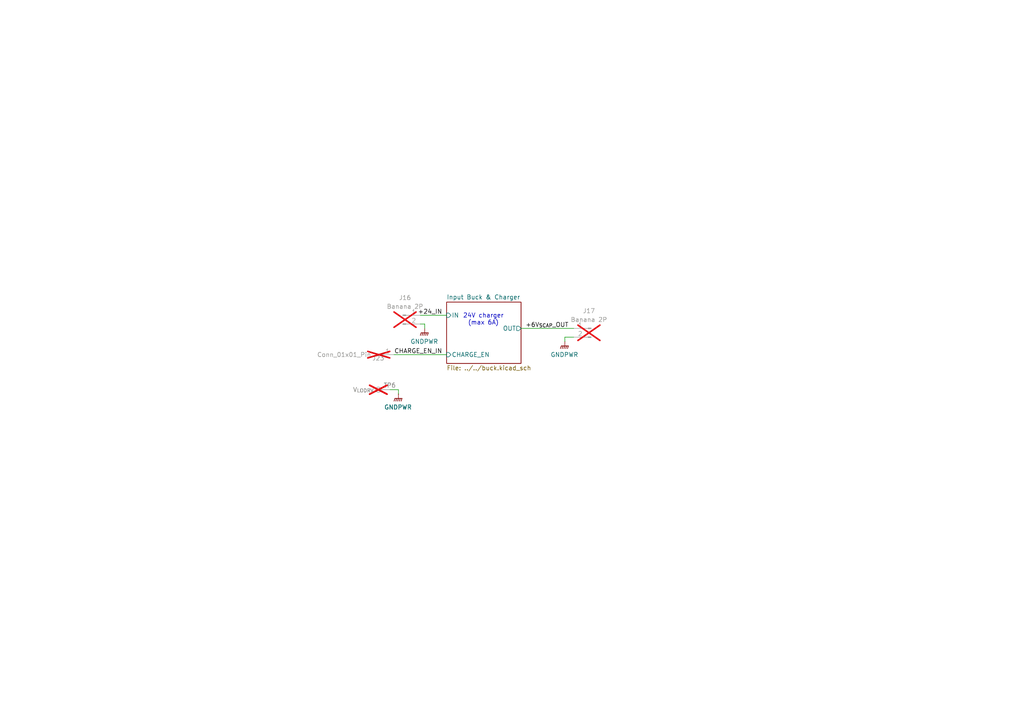
<source format=kicad_sch>
(kicad_sch (version 20250114) (generator "eeschema") (generator_version "9.0")
  (paper "A4")
  (lib_symbols
    (symbol "Connector:Conn_01x01_Pin" (pin_names (offset 1.016) (hide yes))
      (property "Reference" "J" (at 0 2.54 0))
      (property "Value" "Conn_01x01_Pin" (at 0 -2.54 0))
      (symbol "Conn_01x01_Pin_1_1"
        (rectangle (start 0.8636 0.127) (end 0 -0.127) (stroke (width 0.1524)) (fill (type outline)))
        (polyline (pts (xy 1.27 0) (xy 0.8636 0)) (stroke (width 0.1524)))
        (pin passive line (at 5.08 0 180) (length 3.81) (name "Pin_1") (number "1"))
      )
    )
    (symbol "Connector:Conn_01x02_Pin" (pin_names (offset 1.016) (hide yes))
      (property "Reference" "J" (at 0 2.54 0))
      (property "Value" "Conn_01x02_Pin" (at 0 -5.08 0))
      (symbol "Conn_01x02_Pin_1_1"
        (rectangle (start 0.8636 0.127) (end 0 -0.127) (stroke (width 0.1524)) (fill (type outline)))
        (rectangle (start 0.8636 -2.413) (end 0 -2.667) (stroke (width 0.1524)) (fill (type outline)))
        (polyline (pts (xy 1.27 0) (xy 0.8636 0)) (stroke (width 0.1524)))
        (polyline (pts (xy 1.27 -2.54) (xy 0.8636 -2.54)) (stroke (width 0.1524)))
        (pin passive line (at 5.08 0 180) (length 3.81) (name "Pin_1") (number "1"))
        (pin passive line (at 5.08 -2.54 180) (length 3.81) (name "Pin_2") (number "2"))
      )
    )
    (symbol "Connector:TestPoint" (pin_numbers (hide yes)) (pin_names (offset 0.762) (hide yes))
      (property "Reference" "TP" (at 0 6.858 0))
      (property "Value" "TestPoint" (at 0 5.08 0))
      (symbol "TestPoint_0_1"
        (circle (center 0 3.302) (radius 0.762))
      )
      (symbol "TestPoint_1_1"
        (pin passive line (at 0 0 90) (length 2.54) (name "1") (number "1"))
      )
    )
    (symbol "power:GNDPWR" (power) (pin_numbers (hide yes)) (pin_names (offset 0) (hide yes))
      (property "Value" "GNDPWR" (at 0 -3.302 0))
      (symbol "GNDPWR_0_1"
        (polyline (pts (xy -1.016 -1.27) (xy -1.27 -2.032) (xy -1.27 -2.032)) (stroke (width 0.2032)))
        (polyline (pts (xy -0.508 -1.27) (xy -0.762 -2.032) (xy -0.762 -2.032)) (stroke (width 0.2032)))
        (polyline (pts (xy 0 -1.27) (xy 0 0)))
        (polyline (pts (xy 0 -1.27) (xy -0.254 -2.032) (xy -0.254 -2.032)) (stroke (width 0.2032)))
        (polyline (pts (xy 0.508 -1.27) (xy 0.254 -2.032) (xy 0.254 -2.032)) (stroke (width 0.2032)))
        (polyline (pts (xy 1.016 -1.27) (xy -1.016 -1.27) (xy -1.016 -1.27)) (stroke (width 0.2032)))
        (polyline (pts (xy 1.016 -1.27) (xy 0.762 -2.032) (xy 0.762 -2.032) (xy 0.762 -2.032)) (stroke (width 0.2032)))
      )
      (symbol "GNDPWR_1_1"
        (pin power_in line (at 0 0 270) (length 0) (name "~") (number "1"))
      )
    )
  )
  (text "24V charger\n(max 6A)" (at 140.208 90.932 0) (effects (font (size 1.27 1.27)) (justify top)))
  (wire (pts (xy 114.3 102.87) (xy 129.54 102.87)))
  (wire (pts (xy 121.92 93.98) (xy 123.19 93.98)))
  (wire (pts (xy 123.19 93.98) (xy 123.19 95.25)))
  (wire (pts (xy 151.13 95.25) (xy 166.37 95.25)))
  (wire (pts (xy 121.92 91.44) (xy 129.54 91.44)))
  (wire (pts (xy 163.83 97.79) (xy 163.83 99.06)))
  (wire (pts (xy 115.57 113.03) (xy 115.57 114.3)))
  (wire (pts (xy 113.03 113.03) (xy 115.57 113.03)))
  (wire (pts (xy 166.37 97.79) (xy 163.83 97.79)))
  (label "+24_IN" (at 128.27 91.44 180))
  (label "CHARGE_EN_IN" (at 128.27 102.87 180))
  (label "+6V_{SCAP}_OUT" (at 152.4 95.25 0))
  (symbol (lib_id "power:GNDPWR") (at 163.83 99.06 0) (unit 1)
    (property "Reference" "#PWR023" (effects (hide yes)))
    (property "Value" "GNDPWR" (at 163.703 102.87 0))
    (property "Description" "Power symbol creates a global label with name \"GNDPWR\" , global ground" (effects (hide yes)))
  )
  (symbol (lib_id "power:GNDPWR") (at 123.19 95.25 0) (unit 1)
    (property "Reference" "#PWR019" (effects (hide yes)))
    (property "Value" "GNDPWR" (at 123.063 99.06 0))
    (property "Description" "Power symbol creates a global label with name \"GNDPWR\" , global ground" (effects (hide yes)))
  )
  (symbol (lib_id "Connector:Conn_01x02_Pin") (at 171.45 95.25 0) (mirror y) (unit 1) (dnp yes)
    (property "Reference" "J17" (at 170.815 90.17 0))
    (property "Value" "Banana 2P" (at 170.815 92.71 0))
    (property "Footprint" "Connector:Banana_Jack_2Pin" (effects (hide yes)))
    (property "Description" "Generic connector, single row, 01x02, script generated" (effects (hide yes)))
  )
  (symbol (lib_id "Connector:Conn_01x01_Pin") (at 109.22 102.87 0) (mirror x) (unit 1) (dnp yes)
    (property "Reference" "J23" (at 109.728 103.886 0))
    (property "Value" "Conn_01x01_Pin" (at 107.696 102.87 0) (effects (justify right)))
    (property "Footprint" "Connector_Wire:SolderWire-2.5sqmm_1x01_D2.4mm_OD3.6mm" (effects (hide yes)))
    (property "Description" "Generic connector, single row, 01x01, script generated" (effects (hide yes)))
  )
  (symbol (lib_id "power:GNDPWR") (at 115.57 114.3 0) (unit 1)
    (property "Reference" "#PWR020" (effects (hide yes)))
    (property "Value" "GNDPWR" (at 115.443 118.11 0))
    (property "Description" "Power symbol creates a global label with name \"GNDPWR\" , global ground" (effects (hide yes)))
  )
  (symbol (lib_id "Connector:Conn_01x02_Pin") (at 116.84 91.44 0) (unit 1) (dnp yes)
    (property "Reference" "J16" (at 117.475 86.36 0))
    (property "Value" "Banana 2P" (at 117.475 88.9 0))
    (property "Footprint" "Connector:Banana_Jack_2Pin" (effects (hide yes)))
    (property "Description" "Generic connector, single row, 01x02, script generated" (effects (hide yes)))
  )
  (symbol (lib_id "Connector:TestPoint") (at 113.03 113.03 90) (unit 1) (dnp yes)
    (property "Reference" "TP6" (at 113.03 111.76 90))
    (property "Value" "V_{LODRV}" (at 108.458 113.03 90) (effects (justify left)))
    (property "Footprint" "TestPoint:TestPoint_Bridge_Pitch2.0mm_Drill0.7mm" (effects (hide yes)))
    (property "Description" "test point" (effects (hide yes)))
  )
  (sheet (at 129.54 87.63) (size 21.59 17.78) (stroke (width 0.1524))
    (property "Sheetname" "Input Buck & Charger" (at 129.54 86.9184 0) (effects (justify left bottom)))
    (property "Sheetfile" "../../buck.kicad_sch" (at 129.54 105.9946 0) (effects (justify left top)))
    (pin "IN" input (at 129.54 91.44 180))
    (pin "CHARGE_EN" input (at 129.54 102.87 180))
    (pin "OUT" output (at 151.13 95.25 0))
  )
)
</source>
